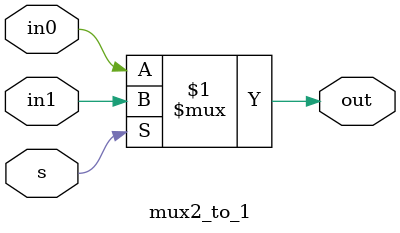
<source format=v>
/*
*	Description: 2 to 1 multiplexer  
*	Author: Aarón Escoboza Villegas
*/

module mux2_to_1
(
	input				in0,
	input			   in1,
	input				  s,
	output		   out
);

assign out = s ? in1:in0; 

endmodule
</source>
